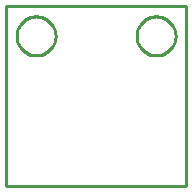
<source format=gbr>
G04 EAGLE Gerber RS-274X export*
G75*
%MOMM*%
%FSLAX34Y34*%
%LPD*%
%IN*%
%IPPOS*%
%AMOC8*
5,1,8,0,0,1.08239X$1,22.5*%
G01*
%ADD10C,0.254000*%


D10*
X0Y0D02*
X152400Y0D01*
X152400Y152400D01*
X0Y152400D01*
X0Y0D01*
X41910Y126460D02*
X41839Y125381D01*
X41698Y124309D01*
X41487Y123249D01*
X41208Y122205D01*
X40860Y121181D01*
X40446Y120183D01*
X39968Y119213D01*
X39428Y118277D01*
X38827Y117378D01*
X38169Y116521D01*
X37457Y115708D01*
X36692Y114944D01*
X35879Y114231D01*
X35022Y113573D01*
X34123Y112972D01*
X33187Y112432D01*
X32217Y111954D01*
X31219Y111540D01*
X30195Y111192D01*
X29151Y110913D01*
X28091Y110702D01*
X27019Y110561D01*
X25940Y110490D01*
X24860Y110490D01*
X23781Y110561D01*
X22709Y110702D01*
X21649Y110913D01*
X20605Y111192D01*
X19581Y111540D01*
X18583Y111954D01*
X17613Y112432D01*
X16677Y112972D01*
X15778Y113573D01*
X14921Y114231D01*
X14108Y114944D01*
X13344Y115708D01*
X12631Y116521D01*
X11973Y117378D01*
X11372Y118277D01*
X10832Y119213D01*
X10354Y120183D01*
X9940Y121181D01*
X9592Y122205D01*
X9313Y123249D01*
X9102Y124309D01*
X8961Y125381D01*
X8890Y126460D01*
X8890Y127540D01*
X8961Y128619D01*
X9102Y129691D01*
X9313Y130751D01*
X9592Y131795D01*
X9940Y132819D01*
X10354Y133817D01*
X10832Y134787D01*
X11372Y135723D01*
X11973Y136622D01*
X12631Y137479D01*
X13344Y138292D01*
X14108Y139057D01*
X14921Y139769D01*
X15778Y140427D01*
X16677Y141028D01*
X17613Y141568D01*
X18583Y142046D01*
X19581Y142460D01*
X20605Y142808D01*
X21649Y143087D01*
X22709Y143298D01*
X23781Y143439D01*
X24860Y143510D01*
X25940Y143510D01*
X27019Y143439D01*
X28091Y143298D01*
X29151Y143087D01*
X30195Y142808D01*
X31219Y142460D01*
X32217Y142046D01*
X33187Y141568D01*
X34123Y141028D01*
X35022Y140427D01*
X35879Y139769D01*
X36692Y139057D01*
X37457Y138292D01*
X38169Y137479D01*
X38827Y136622D01*
X39428Y135723D01*
X39968Y134787D01*
X40446Y133817D01*
X40860Y132819D01*
X41208Y131795D01*
X41487Y130751D01*
X41698Y129691D01*
X41839Y128619D01*
X41910Y127540D01*
X41910Y126460D01*
X143510Y126460D02*
X143439Y125381D01*
X143298Y124309D01*
X143087Y123249D01*
X142808Y122205D01*
X142460Y121181D01*
X142046Y120183D01*
X141568Y119213D01*
X141028Y118277D01*
X140427Y117378D01*
X139769Y116521D01*
X139057Y115708D01*
X138292Y114944D01*
X137479Y114231D01*
X136622Y113573D01*
X135723Y112972D01*
X134787Y112432D01*
X133817Y111954D01*
X132819Y111540D01*
X131795Y111192D01*
X130751Y110913D01*
X129691Y110702D01*
X128619Y110561D01*
X127540Y110490D01*
X126460Y110490D01*
X125381Y110561D01*
X124309Y110702D01*
X123249Y110913D01*
X122205Y111192D01*
X121181Y111540D01*
X120183Y111954D01*
X119213Y112432D01*
X118277Y112972D01*
X117378Y113573D01*
X116521Y114231D01*
X115708Y114944D01*
X114944Y115708D01*
X114231Y116521D01*
X113573Y117378D01*
X112972Y118277D01*
X112432Y119213D01*
X111954Y120183D01*
X111540Y121181D01*
X111192Y122205D01*
X110913Y123249D01*
X110702Y124309D01*
X110561Y125381D01*
X110490Y126460D01*
X110490Y127540D01*
X110561Y128619D01*
X110702Y129691D01*
X110913Y130751D01*
X111192Y131795D01*
X111540Y132819D01*
X111954Y133817D01*
X112432Y134787D01*
X112972Y135723D01*
X113573Y136622D01*
X114231Y137479D01*
X114944Y138292D01*
X115708Y139057D01*
X116521Y139769D01*
X117378Y140427D01*
X118277Y141028D01*
X119213Y141568D01*
X120183Y142046D01*
X121181Y142460D01*
X122205Y142808D01*
X123249Y143087D01*
X124309Y143298D01*
X125381Y143439D01*
X126460Y143510D01*
X127540Y143510D01*
X128619Y143439D01*
X129691Y143298D01*
X130751Y143087D01*
X131795Y142808D01*
X132819Y142460D01*
X133817Y142046D01*
X134787Y141568D01*
X135723Y141028D01*
X136622Y140427D01*
X137479Y139769D01*
X138292Y139057D01*
X139057Y138292D01*
X139769Y137479D01*
X140427Y136622D01*
X141028Y135723D01*
X141568Y134787D01*
X142046Y133817D01*
X142460Y132819D01*
X142808Y131795D01*
X143087Y130751D01*
X143298Y129691D01*
X143439Y128619D01*
X143510Y127540D01*
X143510Y126460D01*
M02*

</source>
